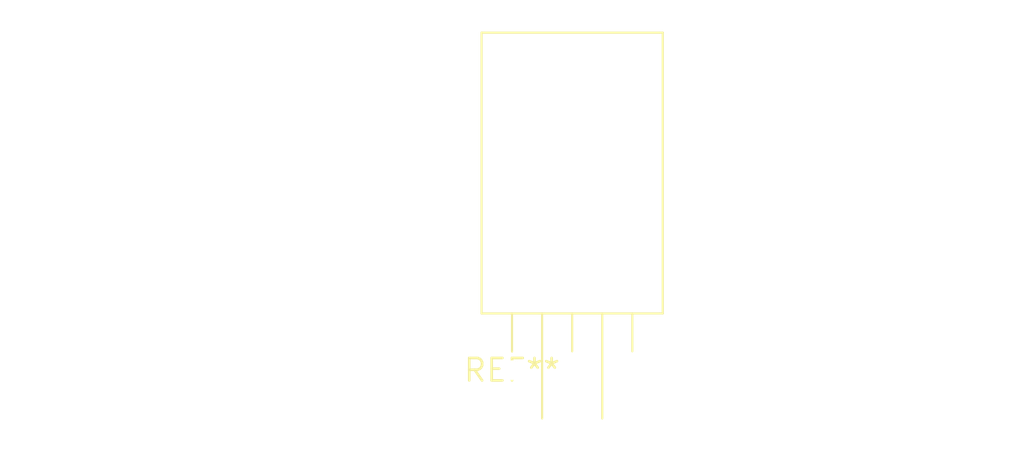
<source format=kicad_pcb>
(kicad_pcb (version 20240108) (generator pcbnew)
  (layers (0 "F.Cu" signal) (31 "B.Cu" signal) (34 "B.Paste" user) (35 "F.Paste" user) (36 "B.SilkS" user "B.Silkscreen") (37 "F.SilkS" user "F.Silkscreen") (38 "B.Mask" user) (39 "F.Mask" user) (44 "Edge.Cuts" user))
  (net 0 "")
  (footprint "TO-220-5_P3.4x3.8mm_StaggerEven_Lead7.13mm_TabDown" (layer "F.Cu") (at 0 0)
    (property "Reference" "REF**")
    (property "Value" "TO-220-5_P3.4x3.8mm_StaggerEven_Lead7.13mm_TabDown")
    (fp_line (start -1.721 -19.1) (end -1.721 -3.21) (layer "F.SilkS") (stroke (width 0.12)))
    (fp_line (start -1.721 -19.1) (end 8.52 -19.1) (layer "F.SilkS") (stroke (width 0.12)))
    (fp_line (start -1.721 -3.21) (end 8.52 -3.21) (layer "F.SilkS") (stroke (width 0.12)))
    (fp_line (start 0 -3.21) (end 0 -1.05) (layer "F.SilkS") (stroke (width 0.12)))
    (fp_line (start 1.7 -3.21) (end 1.7 2.735) (layer "F.SilkS") (stroke (width 0.12)))
    (fp_line (start 3.4 -3.21) (end 3.4 -1.066) (layer "F.SilkS") (stroke (width 0.12)))
    (fp_line (start 5.1 -3.21) (end 5.1 2.735) (layer "F.SilkS") (stroke (width 0.12)))
    (fp_line (start 6.8 -3.21) (end 6.8 -1.066) (layer "F.SilkS") (stroke (width 0.12)))
    (fp_line (start 8.52 -19.1) (end 8.52 -3.21) (layer "F.SilkS") (stroke (width 0.12)))
    (pad "" np_thru_hole oval (at 3.4 -16.18) (size 3.5 3.5) (drill 3.5) (layers *.Cu *.Mask))
    (pad "1" thru_hole rect (at 0 0) (size 1.8 1.8) (drill 1.1) (layers *.Cu *.Mask) (remove_unused_layers))
    (pad "2" thru_hole oval (at 1.7 3.8) (size 1.8 1.8) (drill 1.1) (layers *.Cu *.Mask) (remove_unused_layers))
    (pad "3" thru_hole oval (at 3.4 0) (size 1.8 1.8) (drill 1.1) (layers *.Cu *.Mask) (remove_unused_layers))
    (pad "4" thru_hole oval (at 5.1 3.8) (size 1.8 1.8) (drill 1.1) (layers *.Cu *.Mask) (remove_unused_layers))
    (pad "5" thru_hole oval (at 6.8 0) (size 1.8 1.8) (drill 1.1) (layers *.Cu *.Mask) (remove_unused_layers))
  )
)
</source>
